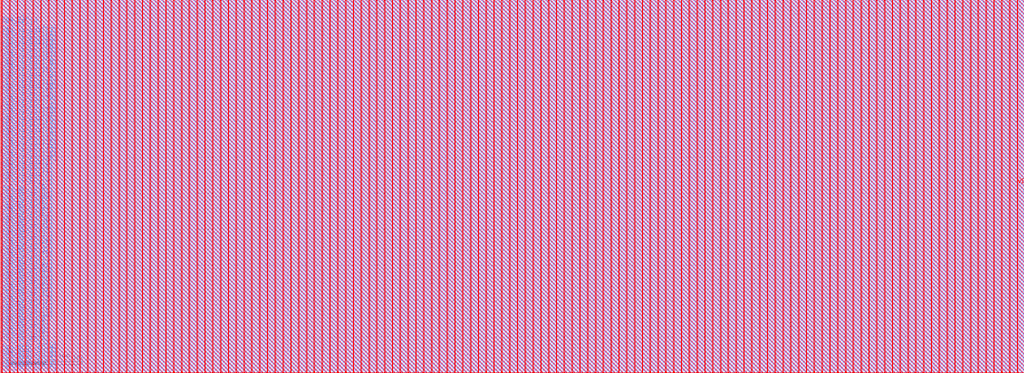
<source format=lef>
# Generated by FakeRAM 2.0
VERSION 5.7 ;
BUSBITCHARS "[]" ;
PROPERTYDEFINITIONS
  MACRO width INTEGER ;
  MACRO depth INTEGER ;
  MACRO banks INTEGER ;
END PROPERTYDEFINITIONS
MACRO liteeth_1rw1r_64w1024d_sram
  PROPERTY width 64 ;
  PROPERTY depth 1024 ;
  PROPERTY banks 1 ;
  FOREIGN liteeth_1rw1r_64w1024d_sram 0 0 ;
  SYMMETRY X Y R90 ;
  SIZE 1425.540 BY 519.520 ;
  CLASS BLOCK ;
  PIN r0_addr_in[0]
    DIRECTION INPUT ;
    USE SIGNAL ;
    SHAPE ABUTMENT ;
    PORT
      LAYER met3 ;
      RECT 1424.740 0.680 1425.540 0.980 ;
    END
  END r0_addr_in[0]
  PIN r0_addr_in[1]
    DIRECTION INPUT ;
    USE SIGNAL ;
    SHAPE ABUTMENT ;
    PORT
      LAYER met3 ;
      RECT 1424.740 4.080 1425.540 4.380 ;
    END
  END r0_addr_in[1]
  PIN r0_addr_in[2]
    DIRECTION INPUT ;
    USE SIGNAL ;
    SHAPE ABUTMENT ;
    PORT
      LAYER met3 ;
      RECT 1424.740 7.480 1425.540 7.780 ;
    END
  END r0_addr_in[2]
  PIN r0_addr_in[3]
    DIRECTION INPUT ;
    USE SIGNAL ;
    SHAPE ABUTMENT ;
    PORT
      LAYER met3 ;
      RECT 1424.740 10.880 1425.540 11.180 ;
    END
  END r0_addr_in[3]
  PIN r0_addr_in[4]
    DIRECTION INPUT ;
    USE SIGNAL ;
    SHAPE ABUTMENT ;
    PORT
      LAYER met3 ;
      RECT 1424.740 14.280 1425.540 14.580 ;
    END
  END r0_addr_in[4]
  PIN r0_addr_in[5]
    DIRECTION INPUT ;
    USE SIGNAL ;
    SHAPE ABUTMENT ;
    PORT
      LAYER met3 ;
      RECT 1424.740 17.680 1425.540 17.980 ;
    END
  END r0_addr_in[5]
  PIN r0_addr_in[6]
    DIRECTION INPUT ;
    USE SIGNAL ;
    SHAPE ABUTMENT ;
    PORT
      LAYER met3 ;
      RECT 1424.740 21.080 1425.540 21.380 ;
    END
  END r0_addr_in[6]
  PIN r0_addr_in[7]
    DIRECTION INPUT ;
    USE SIGNAL ;
    SHAPE ABUTMENT ;
    PORT
      LAYER met3 ;
      RECT 1424.740 24.480 1425.540 24.780 ;
    END
  END r0_addr_in[7]
  PIN r0_addr_in[8]
    DIRECTION INPUT ;
    USE SIGNAL ;
    SHAPE ABUTMENT ;
    PORT
      LAYER met3 ;
      RECT 1424.740 27.880 1425.540 28.180 ;
    END
  END r0_addr_in[8]
  PIN r0_addr_in[9]
    DIRECTION INPUT ;
    USE SIGNAL ;
    SHAPE ABUTMENT ;
    PORT
      LAYER met3 ;
      RECT 1424.740 31.280 1425.540 31.580 ;
    END
  END r0_addr_in[9]
  PIN r0_rd_out[0]
    DIRECTION OUTPUT ;
    USE SIGNAL ;
    SHAPE ABUTMENT ;
    PORT
      LAYER met3 ;
      RECT 1424.740 38.080 1425.540 38.380 ;
    END
  END r0_rd_out[0]
  PIN r0_rd_out[1]
    DIRECTION OUTPUT ;
    USE SIGNAL ;
    SHAPE ABUTMENT ;
    PORT
      LAYER met3 ;
      RECT 1424.740 41.480 1425.540 41.780 ;
    END
  END r0_rd_out[1]
  PIN r0_rd_out[2]
    DIRECTION OUTPUT ;
    USE SIGNAL ;
    SHAPE ABUTMENT ;
    PORT
      LAYER met3 ;
      RECT 1424.740 44.880 1425.540 45.180 ;
    END
  END r0_rd_out[2]
  PIN r0_rd_out[3]
    DIRECTION OUTPUT ;
    USE SIGNAL ;
    SHAPE ABUTMENT ;
    PORT
      LAYER met3 ;
      RECT 1424.740 48.280 1425.540 48.580 ;
    END
  END r0_rd_out[3]
  PIN r0_rd_out[4]
    DIRECTION OUTPUT ;
    USE SIGNAL ;
    SHAPE ABUTMENT ;
    PORT
      LAYER met3 ;
      RECT 1424.740 51.680 1425.540 51.980 ;
    END
  END r0_rd_out[4]
  PIN r0_rd_out[5]
    DIRECTION OUTPUT ;
    USE SIGNAL ;
    SHAPE ABUTMENT ;
    PORT
      LAYER met3 ;
      RECT 1424.740 55.080 1425.540 55.380 ;
    END
  END r0_rd_out[5]
  PIN r0_rd_out[6]
    DIRECTION OUTPUT ;
    USE SIGNAL ;
    SHAPE ABUTMENT ;
    PORT
      LAYER met3 ;
      RECT 1424.740 58.480 1425.540 58.780 ;
    END
  END r0_rd_out[6]
  PIN r0_rd_out[7]
    DIRECTION OUTPUT ;
    USE SIGNAL ;
    SHAPE ABUTMENT ;
    PORT
      LAYER met3 ;
      RECT 1424.740 61.880 1425.540 62.180 ;
    END
  END r0_rd_out[7]
  PIN r0_rd_out[8]
    DIRECTION OUTPUT ;
    USE SIGNAL ;
    SHAPE ABUTMENT ;
    PORT
      LAYER met3 ;
      RECT 1424.740 65.280 1425.540 65.580 ;
    END
  END r0_rd_out[8]
  PIN r0_rd_out[9]
    DIRECTION OUTPUT ;
    USE SIGNAL ;
    SHAPE ABUTMENT ;
    PORT
      LAYER met3 ;
      RECT 1424.740 68.680 1425.540 68.980 ;
    END
  END r0_rd_out[9]
  PIN r0_rd_out[10]
    DIRECTION OUTPUT ;
    USE SIGNAL ;
    SHAPE ABUTMENT ;
    PORT
      LAYER met3 ;
      RECT 1424.740 72.080 1425.540 72.380 ;
    END
  END r0_rd_out[10]
  PIN r0_rd_out[11]
    DIRECTION OUTPUT ;
    USE SIGNAL ;
    SHAPE ABUTMENT ;
    PORT
      LAYER met3 ;
      RECT 1424.740 75.480 1425.540 75.780 ;
    END
  END r0_rd_out[11]
  PIN r0_rd_out[12]
    DIRECTION OUTPUT ;
    USE SIGNAL ;
    SHAPE ABUTMENT ;
    PORT
      LAYER met3 ;
      RECT 1424.740 78.880 1425.540 79.180 ;
    END
  END r0_rd_out[12]
  PIN r0_rd_out[13]
    DIRECTION OUTPUT ;
    USE SIGNAL ;
    SHAPE ABUTMENT ;
    PORT
      LAYER met3 ;
      RECT 1424.740 82.280 1425.540 82.580 ;
    END
  END r0_rd_out[13]
  PIN r0_rd_out[14]
    DIRECTION OUTPUT ;
    USE SIGNAL ;
    SHAPE ABUTMENT ;
    PORT
      LAYER met3 ;
      RECT 1424.740 85.680 1425.540 85.980 ;
    END
  END r0_rd_out[14]
  PIN r0_rd_out[15]
    DIRECTION OUTPUT ;
    USE SIGNAL ;
    SHAPE ABUTMENT ;
    PORT
      LAYER met3 ;
      RECT 1424.740 89.080 1425.540 89.380 ;
    END
  END r0_rd_out[15]
  PIN r0_rd_out[16]
    DIRECTION OUTPUT ;
    USE SIGNAL ;
    SHAPE ABUTMENT ;
    PORT
      LAYER met3 ;
      RECT 1424.740 92.480 1425.540 92.780 ;
    END
  END r0_rd_out[16]
  PIN r0_rd_out[17]
    DIRECTION OUTPUT ;
    USE SIGNAL ;
    SHAPE ABUTMENT ;
    PORT
      LAYER met3 ;
      RECT 1424.740 95.880 1425.540 96.180 ;
    END
  END r0_rd_out[17]
  PIN r0_rd_out[18]
    DIRECTION OUTPUT ;
    USE SIGNAL ;
    SHAPE ABUTMENT ;
    PORT
      LAYER met3 ;
      RECT 1424.740 99.280 1425.540 99.580 ;
    END
  END r0_rd_out[18]
  PIN r0_rd_out[19]
    DIRECTION OUTPUT ;
    USE SIGNAL ;
    SHAPE ABUTMENT ;
    PORT
      LAYER met3 ;
      RECT 1424.740 102.680 1425.540 102.980 ;
    END
  END r0_rd_out[19]
  PIN r0_rd_out[20]
    DIRECTION OUTPUT ;
    USE SIGNAL ;
    SHAPE ABUTMENT ;
    PORT
      LAYER met3 ;
      RECT 1424.740 106.080 1425.540 106.380 ;
    END
  END r0_rd_out[20]
  PIN r0_rd_out[21]
    DIRECTION OUTPUT ;
    USE SIGNAL ;
    SHAPE ABUTMENT ;
    PORT
      LAYER met3 ;
      RECT 1424.740 109.480 1425.540 109.780 ;
    END
  END r0_rd_out[21]
  PIN r0_rd_out[22]
    DIRECTION OUTPUT ;
    USE SIGNAL ;
    SHAPE ABUTMENT ;
    PORT
      LAYER met3 ;
      RECT 1424.740 112.880 1425.540 113.180 ;
    END
  END r0_rd_out[22]
  PIN r0_rd_out[23]
    DIRECTION OUTPUT ;
    USE SIGNAL ;
    SHAPE ABUTMENT ;
    PORT
      LAYER met3 ;
      RECT 1424.740 116.280 1425.540 116.580 ;
    END
  END r0_rd_out[23]
  PIN r0_rd_out[24]
    DIRECTION OUTPUT ;
    USE SIGNAL ;
    SHAPE ABUTMENT ;
    PORT
      LAYER met3 ;
      RECT 1424.740 119.680 1425.540 119.980 ;
    END
  END r0_rd_out[24]
  PIN r0_rd_out[25]
    DIRECTION OUTPUT ;
    USE SIGNAL ;
    SHAPE ABUTMENT ;
    PORT
      LAYER met3 ;
      RECT 1424.740 123.080 1425.540 123.380 ;
    END
  END r0_rd_out[25]
  PIN r0_rd_out[26]
    DIRECTION OUTPUT ;
    USE SIGNAL ;
    SHAPE ABUTMENT ;
    PORT
      LAYER met3 ;
      RECT 1424.740 126.480 1425.540 126.780 ;
    END
  END r0_rd_out[26]
  PIN r0_rd_out[27]
    DIRECTION OUTPUT ;
    USE SIGNAL ;
    SHAPE ABUTMENT ;
    PORT
      LAYER met3 ;
      RECT 1424.740 129.880 1425.540 130.180 ;
    END
  END r0_rd_out[27]
  PIN r0_rd_out[28]
    DIRECTION OUTPUT ;
    USE SIGNAL ;
    SHAPE ABUTMENT ;
    PORT
      LAYER met3 ;
      RECT 1424.740 133.280 1425.540 133.580 ;
    END
  END r0_rd_out[28]
  PIN r0_rd_out[29]
    DIRECTION OUTPUT ;
    USE SIGNAL ;
    SHAPE ABUTMENT ;
    PORT
      LAYER met3 ;
      RECT 1424.740 136.680 1425.540 136.980 ;
    END
  END r0_rd_out[29]
  PIN r0_rd_out[30]
    DIRECTION OUTPUT ;
    USE SIGNAL ;
    SHAPE ABUTMENT ;
    PORT
      LAYER met3 ;
      RECT 1424.740 140.080 1425.540 140.380 ;
    END
  END r0_rd_out[30]
  PIN r0_rd_out[31]
    DIRECTION OUTPUT ;
    USE SIGNAL ;
    SHAPE ABUTMENT ;
    PORT
      LAYER met3 ;
      RECT 1424.740 143.480 1425.540 143.780 ;
    END
  END r0_rd_out[31]
  PIN r0_rd_out[32]
    DIRECTION OUTPUT ;
    USE SIGNAL ;
    SHAPE ABUTMENT ;
    PORT
      LAYER met3 ;
      RECT 1424.740 146.880 1425.540 147.180 ;
    END
  END r0_rd_out[32]
  PIN r0_rd_out[33]
    DIRECTION OUTPUT ;
    USE SIGNAL ;
    SHAPE ABUTMENT ;
    PORT
      LAYER met3 ;
      RECT 1424.740 150.280 1425.540 150.580 ;
    END
  END r0_rd_out[33]
  PIN r0_rd_out[34]
    DIRECTION OUTPUT ;
    USE SIGNAL ;
    SHAPE ABUTMENT ;
    PORT
      LAYER met3 ;
      RECT 1424.740 153.680 1425.540 153.980 ;
    END
  END r0_rd_out[34]
  PIN r0_rd_out[35]
    DIRECTION OUTPUT ;
    USE SIGNAL ;
    SHAPE ABUTMENT ;
    PORT
      LAYER met3 ;
      RECT 1424.740 157.080 1425.540 157.380 ;
    END
  END r0_rd_out[35]
  PIN r0_rd_out[36]
    DIRECTION OUTPUT ;
    USE SIGNAL ;
    SHAPE ABUTMENT ;
    PORT
      LAYER met3 ;
      RECT 1424.740 160.480 1425.540 160.780 ;
    END
  END r0_rd_out[36]
  PIN r0_rd_out[37]
    DIRECTION OUTPUT ;
    USE SIGNAL ;
    SHAPE ABUTMENT ;
    PORT
      LAYER met3 ;
      RECT 1424.740 163.880 1425.540 164.180 ;
    END
  END r0_rd_out[37]
  PIN r0_rd_out[38]
    DIRECTION OUTPUT ;
    USE SIGNAL ;
    SHAPE ABUTMENT ;
    PORT
      LAYER met3 ;
      RECT 1424.740 167.280 1425.540 167.580 ;
    END
  END r0_rd_out[38]
  PIN r0_rd_out[39]
    DIRECTION OUTPUT ;
    USE SIGNAL ;
    SHAPE ABUTMENT ;
    PORT
      LAYER met3 ;
      RECT 1424.740 170.680 1425.540 170.980 ;
    END
  END r0_rd_out[39]
  PIN r0_rd_out[40]
    DIRECTION OUTPUT ;
    USE SIGNAL ;
    SHAPE ABUTMENT ;
    PORT
      LAYER met3 ;
      RECT 1424.740 174.080 1425.540 174.380 ;
    END
  END r0_rd_out[40]
  PIN r0_rd_out[41]
    DIRECTION OUTPUT ;
    USE SIGNAL ;
    SHAPE ABUTMENT ;
    PORT
      LAYER met3 ;
      RECT 1424.740 177.480 1425.540 177.780 ;
    END
  END r0_rd_out[41]
  PIN r0_rd_out[42]
    DIRECTION OUTPUT ;
    USE SIGNAL ;
    SHAPE ABUTMENT ;
    PORT
      LAYER met3 ;
      RECT 1424.740 180.880 1425.540 181.180 ;
    END
  END r0_rd_out[42]
  PIN r0_rd_out[43]
    DIRECTION OUTPUT ;
    USE SIGNAL ;
    SHAPE ABUTMENT ;
    PORT
      LAYER met3 ;
      RECT 1424.740 184.280 1425.540 184.580 ;
    END
  END r0_rd_out[43]
  PIN r0_rd_out[44]
    DIRECTION OUTPUT ;
    USE SIGNAL ;
    SHAPE ABUTMENT ;
    PORT
      LAYER met3 ;
      RECT 1424.740 187.680 1425.540 187.980 ;
    END
  END r0_rd_out[44]
  PIN r0_rd_out[45]
    DIRECTION OUTPUT ;
    USE SIGNAL ;
    SHAPE ABUTMENT ;
    PORT
      LAYER met3 ;
      RECT 1424.740 191.080 1425.540 191.380 ;
    END
  END r0_rd_out[45]
  PIN r0_rd_out[46]
    DIRECTION OUTPUT ;
    USE SIGNAL ;
    SHAPE ABUTMENT ;
    PORT
      LAYER met3 ;
      RECT 1424.740 194.480 1425.540 194.780 ;
    END
  END r0_rd_out[46]
  PIN r0_rd_out[47]
    DIRECTION OUTPUT ;
    USE SIGNAL ;
    SHAPE ABUTMENT ;
    PORT
      LAYER met3 ;
      RECT 1424.740 197.880 1425.540 198.180 ;
    END
  END r0_rd_out[47]
  PIN r0_rd_out[48]
    DIRECTION OUTPUT ;
    USE SIGNAL ;
    SHAPE ABUTMENT ;
    PORT
      LAYER met3 ;
      RECT 1424.740 201.280 1425.540 201.580 ;
    END
  END r0_rd_out[48]
  PIN r0_rd_out[49]
    DIRECTION OUTPUT ;
    USE SIGNAL ;
    SHAPE ABUTMENT ;
    PORT
      LAYER met3 ;
      RECT 1424.740 204.680 1425.540 204.980 ;
    END
  END r0_rd_out[49]
  PIN r0_rd_out[50]
    DIRECTION OUTPUT ;
    USE SIGNAL ;
    SHAPE ABUTMENT ;
    PORT
      LAYER met3 ;
      RECT 1424.740 208.080 1425.540 208.380 ;
    END
  END r0_rd_out[50]
  PIN r0_rd_out[51]
    DIRECTION OUTPUT ;
    USE SIGNAL ;
    SHAPE ABUTMENT ;
    PORT
      LAYER met3 ;
      RECT 1424.740 211.480 1425.540 211.780 ;
    END
  END r0_rd_out[51]
  PIN r0_rd_out[52]
    DIRECTION OUTPUT ;
    USE SIGNAL ;
    SHAPE ABUTMENT ;
    PORT
      LAYER met3 ;
      RECT 1424.740 214.880 1425.540 215.180 ;
    END
  END r0_rd_out[52]
  PIN r0_rd_out[53]
    DIRECTION OUTPUT ;
    USE SIGNAL ;
    SHAPE ABUTMENT ;
    PORT
      LAYER met3 ;
      RECT 1424.740 218.280 1425.540 218.580 ;
    END
  END r0_rd_out[53]
  PIN r0_rd_out[54]
    DIRECTION OUTPUT ;
    USE SIGNAL ;
    SHAPE ABUTMENT ;
    PORT
      LAYER met3 ;
      RECT 1424.740 221.680 1425.540 221.980 ;
    END
  END r0_rd_out[54]
  PIN r0_rd_out[55]
    DIRECTION OUTPUT ;
    USE SIGNAL ;
    SHAPE ABUTMENT ;
    PORT
      LAYER met3 ;
      RECT 1424.740 225.080 1425.540 225.380 ;
    END
  END r0_rd_out[55]
  PIN r0_rd_out[56]
    DIRECTION OUTPUT ;
    USE SIGNAL ;
    SHAPE ABUTMENT ;
    PORT
      LAYER met3 ;
      RECT 1424.740 228.480 1425.540 228.780 ;
    END
  END r0_rd_out[56]
  PIN r0_rd_out[57]
    DIRECTION OUTPUT ;
    USE SIGNAL ;
    SHAPE ABUTMENT ;
    PORT
      LAYER met3 ;
      RECT 1424.740 231.880 1425.540 232.180 ;
    END
  END r0_rd_out[57]
  PIN r0_rd_out[58]
    DIRECTION OUTPUT ;
    USE SIGNAL ;
    SHAPE ABUTMENT ;
    PORT
      LAYER met3 ;
      RECT 1424.740 235.280 1425.540 235.580 ;
    END
  END r0_rd_out[58]
  PIN r0_rd_out[59]
    DIRECTION OUTPUT ;
    USE SIGNAL ;
    SHAPE ABUTMENT ;
    PORT
      LAYER met3 ;
      RECT 1424.740 238.680 1425.540 238.980 ;
    END
  END r0_rd_out[59]
  PIN r0_rd_out[60]
    DIRECTION OUTPUT ;
    USE SIGNAL ;
    SHAPE ABUTMENT ;
    PORT
      LAYER met3 ;
      RECT 1424.740 242.080 1425.540 242.380 ;
    END
  END r0_rd_out[60]
  PIN r0_rd_out[61]
    DIRECTION OUTPUT ;
    USE SIGNAL ;
    SHAPE ABUTMENT ;
    PORT
      LAYER met3 ;
      RECT 1424.740 245.480 1425.540 245.780 ;
    END
  END r0_rd_out[61]
  PIN r0_rd_out[62]
    DIRECTION OUTPUT ;
    USE SIGNAL ;
    SHAPE ABUTMENT ;
    PORT
      LAYER met3 ;
      RECT 1424.740 248.880 1425.540 249.180 ;
    END
  END r0_rd_out[62]
  PIN r0_rd_out[63]
    DIRECTION OUTPUT ;
    USE SIGNAL ;
    SHAPE ABUTMENT ;
    PORT
      LAYER met3 ;
      RECT 1424.740 252.280 1425.540 252.580 ;
    END
  END r0_rd_out[63]
  PIN r0_ce_in
    DIRECTION INPUT ;
    USE SIGNAL ;
    SHAPE ABUTMENT ;
    PORT
      LAYER met3 ;
      RECT 1424.740 259.080 1425.540 259.380 ;
    END
  END r0_ce_in
  PIN r0_clk
    DIRECTION INPUT ;
    USE SIGNAL ;
    SHAPE ABUTMENT ;
    PORT
      LAYER met3 ;
      RECT 1424.740 262.480 1425.540 262.780 ;
    END
  END r0_clk
  PIN rw0_addr_in[0]
    DIRECTION INPUT ;
    USE SIGNAL ;
    SHAPE ABUTMENT ;
    PORT
      LAYER met3 ;
      RECT 0.000 0.680 0.800 0.980 ;
    END
  END rw0_addr_in[0]
  PIN rw0_addr_in[1]
    DIRECTION INPUT ;
    USE SIGNAL ;
    SHAPE ABUTMENT ;
    PORT
      LAYER met3 ;
      RECT 0.000 4.080 0.800 4.380 ;
    END
  END rw0_addr_in[1]
  PIN rw0_addr_in[2]
    DIRECTION INPUT ;
    USE SIGNAL ;
    SHAPE ABUTMENT ;
    PORT
      LAYER met3 ;
      RECT 0.000 7.480 0.800 7.780 ;
    END
  END rw0_addr_in[2]
  PIN rw0_addr_in[3]
    DIRECTION INPUT ;
    USE SIGNAL ;
    SHAPE ABUTMENT ;
    PORT
      LAYER met3 ;
      RECT 0.000 10.880 0.800 11.180 ;
    END
  END rw0_addr_in[3]
  PIN rw0_addr_in[4]
    DIRECTION INPUT ;
    USE SIGNAL ;
    SHAPE ABUTMENT ;
    PORT
      LAYER met3 ;
      RECT 0.000 14.280 0.800 14.580 ;
    END
  END rw0_addr_in[4]
  PIN rw0_addr_in[5]
    DIRECTION INPUT ;
    USE SIGNAL ;
    SHAPE ABUTMENT ;
    PORT
      LAYER met3 ;
      RECT 0.000 17.680 0.800 17.980 ;
    END
  END rw0_addr_in[5]
  PIN rw0_addr_in[6]
    DIRECTION INPUT ;
    USE SIGNAL ;
    SHAPE ABUTMENT ;
    PORT
      LAYER met3 ;
      RECT 0.000 21.080 0.800 21.380 ;
    END
  END rw0_addr_in[6]
  PIN rw0_addr_in[7]
    DIRECTION INPUT ;
    USE SIGNAL ;
    SHAPE ABUTMENT ;
    PORT
      LAYER met3 ;
      RECT 0.000 24.480 0.800 24.780 ;
    END
  END rw0_addr_in[7]
  PIN rw0_addr_in[8]
    DIRECTION INPUT ;
    USE SIGNAL ;
    SHAPE ABUTMENT ;
    PORT
      LAYER met3 ;
      RECT 0.000 27.880 0.800 28.180 ;
    END
  END rw0_addr_in[8]
  PIN rw0_addr_in[9]
    DIRECTION INPUT ;
    USE SIGNAL ;
    SHAPE ABUTMENT ;
    PORT
      LAYER met3 ;
      RECT 0.000 31.280 0.800 31.580 ;
    END
  END rw0_addr_in[9]
  PIN rw0_wd_in[0]
    DIRECTION INPUT ;
    USE SIGNAL ;
    SHAPE ABUTMENT ;
    PORT
      LAYER met3 ;
      RECT 0.000 38.080 0.800 38.380 ;
    END
  END rw0_wd_in[0]
  PIN rw0_wd_in[1]
    DIRECTION INPUT ;
    USE SIGNAL ;
    SHAPE ABUTMENT ;
    PORT
      LAYER met3 ;
      RECT 0.000 41.480 0.800 41.780 ;
    END
  END rw0_wd_in[1]
  PIN rw0_wd_in[2]
    DIRECTION INPUT ;
    USE SIGNAL ;
    SHAPE ABUTMENT ;
    PORT
      LAYER met3 ;
      RECT 0.000 44.880 0.800 45.180 ;
    END
  END rw0_wd_in[2]
  PIN rw0_wd_in[3]
    DIRECTION INPUT ;
    USE SIGNAL ;
    SHAPE ABUTMENT ;
    PORT
      LAYER met3 ;
      RECT 0.000 48.280 0.800 48.580 ;
    END
  END rw0_wd_in[3]
  PIN rw0_wd_in[4]
    DIRECTION INPUT ;
    USE SIGNAL ;
    SHAPE ABUTMENT ;
    PORT
      LAYER met3 ;
      RECT 0.000 51.680 0.800 51.980 ;
    END
  END rw0_wd_in[4]
  PIN rw0_wd_in[5]
    DIRECTION INPUT ;
    USE SIGNAL ;
    SHAPE ABUTMENT ;
    PORT
      LAYER met3 ;
      RECT 0.000 55.080 0.800 55.380 ;
    END
  END rw0_wd_in[5]
  PIN rw0_wd_in[6]
    DIRECTION INPUT ;
    USE SIGNAL ;
    SHAPE ABUTMENT ;
    PORT
      LAYER met3 ;
      RECT 0.000 58.480 0.800 58.780 ;
    END
  END rw0_wd_in[6]
  PIN rw0_wd_in[7]
    DIRECTION INPUT ;
    USE SIGNAL ;
    SHAPE ABUTMENT ;
    PORT
      LAYER met3 ;
      RECT 0.000 61.880 0.800 62.180 ;
    END
  END rw0_wd_in[7]
  PIN rw0_wd_in[8]
    DIRECTION INPUT ;
    USE SIGNAL ;
    SHAPE ABUTMENT ;
    PORT
      LAYER met3 ;
      RECT 0.000 65.280 0.800 65.580 ;
    END
  END rw0_wd_in[8]
  PIN rw0_wd_in[9]
    DIRECTION INPUT ;
    USE SIGNAL ;
    SHAPE ABUTMENT ;
    PORT
      LAYER met3 ;
      RECT 0.000 68.680 0.800 68.980 ;
    END
  END rw0_wd_in[9]
  PIN rw0_wd_in[10]
    DIRECTION INPUT ;
    USE SIGNAL ;
    SHAPE ABUTMENT ;
    PORT
      LAYER met3 ;
      RECT 0.000 72.080 0.800 72.380 ;
    END
  END rw0_wd_in[10]
  PIN rw0_wd_in[11]
    DIRECTION INPUT ;
    USE SIGNAL ;
    SHAPE ABUTMENT ;
    PORT
      LAYER met3 ;
      RECT 0.000 75.480 0.800 75.780 ;
    END
  END rw0_wd_in[11]
  PIN rw0_wd_in[12]
    DIRECTION INPUT ;
    USE SIGNAL ;
    SHAPE ABUTMENT ;
    PORT
      LAYER met3 ;
      RECT 0.000 78.880 0.800 79.180 ;
    END
  END rw0_wd_in[12]
  PIN rw0_wd_in[13]
    DIRECTION INPUT ;
    USE SIGNAL ;
    SHAPE ABUTMENT ;
    PORT
      LAYER met3 ;
      RECT 0.000 82.280 0.800 82.580 ;
    END
  END rw0_wd_in[13]
  PIN rw0_wd_in[14]
    DIRECTION INPUT ;
    USE SIGNAL ;
    SHAPE ABUTMENT ;
    PORT
      LAYER met3 ;
      RECT 0.000 85.680 0.800 85.980 ;
    END
  END rw0_wd_in[14]
  PIN rw0_wd_in[15]
    DIRECTION INPUT ;
    USE SIGNAL ;
    SHAPE ABUTMENT ;
    PORT
      LAYER met3 ;
      RECT 0.000 89.080 0.800 89.380 ;
    END
  END rw0_wd_in[15]
  PIN rw0_wd_in[16]
    DIRECTION INPUT ;
    USE SIGNAL ;
    SHAPE ABUTMENT ;
    PORT
      LAYER met3 ;
      RECT 0.000 92.480 0.800 92.780 ;
    END
  END rw0_wd_in[16]
  PIN rw0_wd_in[17]
    DIRECTION INPUT ;
    USE SIGNAL ;
    SHAPE ABUTMENT ;
    PORT
      LAYER met3 ;
      RECT 0.000 95.880 0.800 96.180 ;
    END
  END rw0_wd_in[17]
  PIN rw0_wd_in[18]
    DIRECTION INPUT ;
    USE SIGNAL ;
    SHAPE ABUTMENT ;
    PORT
      LAYER met3 ;
      RECT 0.000 99.280 0.800 99.580 ;
    END
  END rw0_wd_in[18]
  PIN rw0_wd_in[19]
    DIRECTION INPUT ;
    USE SIGNAL ;
    SHAPE ABUTMENT ;
    PORT
      LAYER met3 ;
      RECT 0.000 102.680 0.800 102.980 ;
    END
  END rw0_wd_in[19]
  PIN rw0_wd_in[20]
    DIRECTION INPUT ;
    USE SIGNAL ;
    SHAPE ABUTMENT ;
    PORT
      LAYER met3 ;
      RECT 0.000 106.080 0.800 106.380 ;
    END
  END rw0_wd_in[20]
  PIN rw0_wd_in[21]
    DIRECTION INPUT ;
    USE SIGNAL ;
    SHAPE ABUTMENT ;
    PORT
      LAYER met3 ;
      RECT 0.000 109.480 0.800 109.780 ;
    END
  END rw0_wd_in[21]
  PIN rw0_wd_in[22]
    DIRECTION INPUT ;
    USE SIGNAL ;
    SHAPE ABUTMENT ;
    PORT
      LAYER met3 ;
      RECT 0.000 112.880 0.800 113.180 ;
    END
  END rw0_wd_in[22]
  PIN rw0_wd_in[23]
    DIRECTION INPUT ;
    USE SIGNAL ;
    SHAPE ABUTMENT ;
    PORT
      LAYER met3 ;
      RECT 0.000 116.280 0.800 116.580 ;
    END
  END rw0_wd_in[23]
  PIN rw0_wd_in[24]
    DIRECTION INPUT ;
    USE SIGNAL ;
    SHAPE ABUTMENT ;
    PORT
      LAYER met3 ;
      RECT 0.000 119.680 0.800 119.980 ;
    END
  END rw0_wd_in[24]
  PIN rw0_wd_in[25]
    DIRECTION INPUT ;
    USE SIGNAL ;
    SHAPE ABUTMENT ;
    PORT
      LAYER met3 ;
      RECT 0.000 123.080 0.800 123.380 ;
    END
  END rw0_wd_in[25]
  PIN rw0_wd_in[26]
    DIRECTION INPUT ;
    USE SIGNAL ;
    SHAPE ABUTMENT ;
    PORT
      LAYER met3 ;
      RECT 0.000 126.480 0.800 126.780 ;
    END
  END rw0_wd_in[26]
  PIN rw0_wd_in[27]
    DIRECTION INPUT ;
    USE SIGNAL ;
    SHAPE ABUTMENT ;
    PORT
      LAYER met3 ;
      RECT 0.000 129.880 0.800 130.180 ;
    END
  END rw0_wd_in[27]
  PIN rw0_wd_in[28]
    DIRECTION INPUT ;
    USE SIGNAL ;
    SHAPE ABUTMENT ;
    PORT
      LAYER met3 ;
      RECT 0.000 133.280 0.800 133.580 ;
    END
  END rw0_wd_in[28]
  PIN rw0_wd_in[29]
    DIRECTION INPUT ;
    USE SIGNAL ;
    SHAPE ABUTMENT ;
    PORT
      LAYER met3 ;
      RECT 0.000 136.680 0.800 136.980 ;
    END
  END rw0_wd_in[29]
  PIN rw0_wd_in[30]
    DIRECTION INPUT ;
    USE SIGNAL ;
    SHAPE ABUTMENT ;
    PORT
      LAYER met3 ;
      RECT 0.000 140.080 0.800 140.380 ;
    END
  END rw0_wd_in[30]
  PIN rw0_wd_in[31]
    DIRECTION INPUT ;
    USE SIGNAL ;
    SHAPE ABUTMENT ;
    PORT
      LAYER met3 ;
      RECT 0.000 143.480 0.800 143.780 ;
    END
  END rw0_wd_in[31]
  PIN rw0_wd_in[32]
    DIRECTION INPUT ;
    USE SIGNAL ;
    SHAPE ABUTMENT ;
    PORT
      LAYER met3 ;
      RECT 0.000 146.880 0.800 147.180 ;
    END
  END rw0_wd_in[32]
  PIN rw0_wd_in[33]
    DIRECTION INPUT ;
    USE SIGNAL ;
    SHAPE ABUTMENT ;
    PORT
      LAYER met3 ;
      RECT 0.000 150.280 0.800 150.580 ;
    END
  END rw0_wd_in[33]
  PIN rw0_wd_in[34]
    DIRECTION INPUT ;
    USE SIGNAL ;
    SHAPE ABUTMENT ;
    PORT
      LAYER met3 ;
      RECT 0.000 153.680 0.800 153.980 ;
    END
  END rw0_wd_in[34]
  PIN rw0_wd_in[35]
    DIRECTION INPUT ;
    USE SIGNAL ;
    SHAPE ABUTMENT ;
    PORT
      LAYER met3 ;
      RECT 0.000 157.080 0.800 157.380 ;
    END
  END rw0_wd_in[35]
  PIN rw0_wd_in[36]
    DIRECTION INPUT ;
    USE SIGNAL ;
    SHAPE ABUTMENT ;
    PORT
      LAYER met3 ;
      RECT 0.000 160.480 0.800 160.780 ;
    END
  END rw0_wd_in[36]
  PIN rw0_wd_in[37]
    DIRECTION INPUT ;
    USE SIGNAL ;
    SHAPE ABUTMENT ;
    PORT
      LAYER met3 ;
      RECT 0.000 163.880 0.800 164.180 ;
    END
  END rw0_wd_in[37]
  PIN rw0_wd_in[38]
    DIRECTION INPUT ;
    USE SIGNAL ;
    SHAPE ABUTMENT ;
    PORT
      LAYER met3 ;
      RECT 0.000 167.280 0.800 167.580 ;
    END
  END rw0_wd_in[38]
  PIN rw0_wd_in[39]
    DIRECTION INPUT ;
    USE SIGNAL ;
    SHAPE ABUTMENT ;
    PORT
      LAYER met3 ;
      RECT 0.000 170.680 0.800 170.980 ;
    END
  END rw0_wd_in[39]
  PIN rw0_wd_in[40]
    DIRECTION INPUT ;
    USE SIGNAL ;
    SHAPE ABUTMENT ;
    PORT
      LAYER met3 ;
      RECT 0.000 174.080 0.800 174.380 ;
    END
  END rw0_wd_in[40]
  PIN rw0_wd_in[41]
    DIRECTION INPUT ;
    USE SIGNAL ;
    SHAPE ABUTMENT ;
    PORT
      LAYER met3 ;
      RECT 0.000 177.480 0.800 177.780 ;
    END
  END rw0_wd_in[41]
  PIN rw0_wd_in[42]
    DIRECTION INPUT ;
    USE SIGNAL ;
    SHAPE ABUTMENT ;
    PORT
      LAYER met3 ;
      RECT 0.000 180.880 0.800 181.180 ;
    END
  END rw0_wd_in[42]
  PIN rw0_wd_in[43]
    DIRECTION INPUT ;
    USE SIGNAL ;
    SHAPE ABUTMENT ;
    PORT
      LAYER met3 ;
      RECT 0.000 184.280 0.800 184.580 ;
    END
  END rw0_wd_in[43]
  PIN rw0_wd_in[44]
    DIRECTION INPUT ;
    USE SIGNAL ;
    SHAPE ABUTMENT ;
    PORT
      LAYER met3 ;
      RECT 0.000 187.680 0.800 187.980 ;
    END
  END rw0_wd_in[44]
  PIN rw0_wd_in[45]
    DIRECTION INPUT ;
    USE SIGNAL ;
    SHAPE ABUTMENT ;
    PORT
      LAYER met3 ;
      RECT 0.000 191.080 0.800 191.380 ;
    END
  END rw0_wd_in[45]
  PIN rw0_wd_in[46]
    DIRECTION INPUT ;
    USE SIGNAL ;
    SHAPE ABUTMENT ;
    PORT
      LAYER met3 ;
      RECT 0.000 194.480 0.800 194.780 ;
    END
  END rw0_wd_in[46]
  PIN rw0_wd_in[47]
    DIRECTION INPUT ;
    USE SIGNAL ;
    SHAPE ABUTMENT ;
    PORT
      LAYER met3 ;
      RECT 0.000 197.880 0.800 198.180 ;
    END
  END rw0_wd_in[47]
  PIN rw0_wd_in[48]
    DIRECTION INPUT ;
    USE SIGNAL ;
    SHAPE ABUTMENT ;
    PORT
      LAYER met3 ;
      RECT 0.000 201.280 0.800 201.580 ;
    END
  END rw0_wd_in[48]
  PIN rw0_wd_in[49]
    DIRECTION INPUT ;
    USE SIGNAL ;
    SHAPE ABUTMENT ;
    PORT
      LAYER met3 ;
      RECT 0.000 204.680 0.800 204.980 ;
    END
  END rw0_wd_in[49]
  PIN rw0_wd_in[50]
    DIRECTION INPUT ;
    USE SIGNAL ;
    SHAPE ABUTMENT ;
    PORT
      LAYER met3 ;
      RECT 0.000 208.080 0.800 208.380 ;
    END
  END rw0_wd_in[50]
  PIN rw0_wd_in[51]
    DIRECTION INPUT ;
    USE SIGNAL ;
    SHAPE ABUTMENT ;
    PORT
      LAYER met3 ;
      RECT 0.000 211.480 0.800 211.780 ;
    END
  END rw0_wd_in[51]
  PIN rw0_wd_in[52]
    DIRECTION INPUT ;
    USE SIGNAL ;
    SHAPE ABUTMENT ;
    PORT
      LAYER met3 ;
      RECT 0.000 214.880 0.800 215.180 ;
    END
  END rw0_wd_in[52]
  PIN rw0_wd_in[53]
    DIRECTION INPUT ;
    USE SIGNAL ;
    SHAPE ABUTMENT ;
    PORT
      LAYER met3 ;
      RECT 0.000 218.280 0.800 218.580 ;
    END
  END rw0_wd_in[53]
  PIN rw0_wd_in[54]
    DIRECTION INPUT ;
    USE SIGNAL ;
    SHAPE ABUTMENT ;
    PORT
      LAYER met3 ;
      RECT 0.000 221.680 0.800 221.980 ;
    END
  END rw0_wd_in[54]
  PIN rw0_wd_in[55]
    DIRECTION INPUT ;
    USE SIGNAL ;
    SHAPE ABUTMENT ;
    PORT
      LAYER met3 ;
      RECT 0.000 225.080 0.800 225.380 ;
    END
  END rw0_wd_in[55]
  PIN rw0_wd_in[56]
    DIRECTION INPUT ;
    USE SIGNAL ;
    SHAPE ABUTMENT ;
    PORT
      LAYER met3 ;
      RECT 0.000 228.480 0.800 228.780 ;
    END
  END rw0_wd_in[56]
  PIN rw0_wd_in[57]
    DIRECTION INPUT ;
    USE SIGNAL ;
    SHAPE ABUTMENT ;
    PORT
      LAYER met3 ;
      RECT 0.000 231.880 0.800 232.180 ;
    END
  END rw0_wd_in[57]
  PIN rw0_wd_in[58]
    DIRECTION INPUT ;
    USE SIGNAL ;
    SHAPE ABUTMENT ;
    PORT
      LAYER met3 ;
      RECT 0.000 235.280 0.800 235.580 ;
    END
  END rw0_wd_in[58]
  PIN rw0_wd_in[59]
    DIRECTION INPUT ;
    USE SIGNAL ;
    SHAPE ABUTMENT ;
    PORT
      LAYER met3 ;
      RECT 0.000 238.680 0.800 238.980 ;
    END
  END rw0_wd_in[59]
  PIN rw0_wd_in[60]
    DIRECTION INPUT ;
    USE SIGNAL ;
    SHAPE ABUTMENT ;
    PORT
      LAYER met3 ;
      RECT 0.000 242.080 0.800 242.380 ;
    END
  END rw0_wd_in[60]
  PIN rw0_wd_in[61]
    DIRECTION INPUT ;
    USE SIGNAL ;
    SHAPE ABUTMENT ;
    PORT
      LAYER met3 ;
      RECT 0.000 245.480 0.800 245.780 ;
    END
  END rw0_wd_in[61]
  PIN rw0_wd_in[62]
    DIRECTION INPUT ;
    USE SIGNAL ;
    SHAPE ABUTMENT ;
    PORT
      LAYER met3 ;
      RECT 0.000 248.880 0.800 249.180 ;
    END
  END rw0_wd_in[62]
  PIN rw0_wd_in[63]
    DIRECTION INPUT ;
    USE SIGNAL ;
    SHAPE ABUTMENT ;
    PORT
      LAYER met3 ;
      RECT 0.000 252.280 0.800 252.580 ;
    END
  END rw0_wd_in[63]
  PIN rw0_rd_out[0]
    DIRECTION OUTPUT ;
    USE SIGNAL ;
    SHAPE ABUTMENT ;
    PORT
      LAYER met3 ;
      RECT 0.000 259.080 0.800 259.380 ;
    END
  END rw0_rd_out[0]
  PIN rw0_rd_out[1]
    DIRECTION OUTPUT ;
    USE SIGNAL ;
    SHAPE ABUTMENT ;
    PORT
      LAYER met3 ;
      RECT 0.000 262.480 0.800 262.780 ;
    END
  END rw0_rd_out[1]
  PIN rw0_rd_out[2]
    DIRECTION OUTPUT ;
    USE SIGNAL ;
    SHAPE ABUTMENT ;
    PORT
      LAYER met3 ;
      RECT 0.000 265.880 0.800 266.180 ;
    END
  END rw0_rd_out[2]
  PIN rw0_rd_out[3]
    DIRECTION OUTPUT ;
    USE SIGNAL ;
    SHAPE ABUTMENT ;
    PORT
      LAYER met3 ;
      RECT 0.000 269.280 0.800 269.580 ;
    END
  END rw0_rd_out[3]
  PIN rw0_rd_out[4]
    DIRECTION OUTPUT ;
    USE SIGNAL ;
    SHAPE ABUTMENT ;
    PORT
      LAYER met3 ;
      RECT 0.000 272.680 0.800 272.980 ;
    END
  END rw0_rd_out[4]
  PIN rw0_rd_out[5]
    DIRECTION OUTPUT ;
    USE SIGNAL ;
    SHAPE ABUTMENT ;
    PORT
      LAYER met3 ;
      RECT 0.000 276.080 0.800 276.380 ;
    END
  END rw0_rd_out[5]
  PIN rw0_rd_out[6]
    DIRECTION OUTPUT ;
    USE SIGNAL ;
    SHAPE ABUTMENT ;
    PORT
      LAYER met3 ;
      RECT 0.000 279.480 0.800 279.780 ;
    END
  END rw0_rd_out[6]
  PIN rw0_rd_out[7]
    DIRECTION OUTPUT ;
    USE SIGNAL ;
    SHAPE ABUTMENT ;
    PORT
      LAYER met3 ;
      RECT 0.000 282.880 0.800 283.180 ;
    END
  END rw0_rd_out[7]
  PIN rw0_rd_out[8]
    DIRECTION OUTPUT ;
    USE SIGNAL ;
    SHAPE ABUTMENT ;
    PORT
      LAYER met3 ;
      RECT 0.000 286.280 0.800 286.580 ;
    END
  END rw0_rd_out[8]
  PIN rw0_rd_out[9]
    DIRECTION OUTPUT ;
    USE SIGNAL ;
    SHAPE ABUTMENT ;
    PORT
      LAYER met3 ;
      RECT 0.000 289.680 0.800 289.980 ;
    END
  END rw0_rd_out[9]
  PIN rw0_rd_out[10]
    DIRECTION OUTPUT ;
    USE SIGNAL ;
    SHAPE ABUTMENT ;
    PORT
      LAYER met3 ;
      RECT 0.000 293.080 0.800 293.380 ;
    END
  END rw0_rd_out[10]
  PIN rw0_rd_out[11]
    DIRECTION OUTPUT ;
    USE SIGNAL ;
    SHAPE ABUTMENT ;
    PORT
      LAYER met3 ;
      RECT 0.000 296.480 0.800 296.780 ;
    END
  END rw0_rd_out[11]
  PIN rw0_rd_out[12]
    DIRECTION OUTPUT ;
    USE SIGNAL ;
    SHAPE ABUTMENT ;
    PORT
      LAYER met3 ;
      RECT 0.000 299.880 0.800 300.180 ;
    END
  END rw0_rd_out[12]
  PIN rw0_rd_out[13]
    DIRECTION OUTPUT ;
    USE SIGNAL ;
    SHAPE ABUTMENT ;
    PORT
      LAYER met3 ;
      RECT 0.000 303.280 0.800 303.580 ;
    END
  END rw0_rd_out[13]
  PIN rw0_rd_out[14]
    DIRECTION OUTPUT ;
    USE SIGNAL ;
    SHAPE ABUTMENT ;
    PORT
      LAYER met3 ;
      RECT 0.000 306.680 0.800 306.980 ;
    END
  END rw0_rd_out[14]
  PIN rw0_rd_out[15]
    DIRECTION OUTPUT ;
    USE SIGNAL ;
    SHAPE ABUTMENT ;
    PORT
      LAYER met3 ;
      RECT 0.000 310.080 0.800 310.380 ;
    END
  END rw0_rd_out[15]
  PIN rw0_rd_out[16]
    DIRECTION OUTPUT ;
    USE SIGNAL ;
    SHAPE ABUTMENT ;
    PORT
      LAYER met3 ;
      RECT 0.000 313.480 0.800 313.780 ;
    END
  END rw0_rd_out[16]
  PIN rw0_rd_out[17]
    DIRECTION OUTPUT ;
    USE SIGNAL ;
    SHAPE ABUTMENT ;
    PORT
      LAYER met3 ;
      RECT 0.000 316.880 0.800 317.180 ;
    END
  END rw0_rd_out[17]
  PIN rw0_rd_out[18]
    DIRECTION OUTPUT ;
    USE SIGNAL ;
    SHAPE ABUTMENT ;
    PORT
      LAYER met3 ;
      RECT 0.000 320.280 0.800 320.580 ;
    END
  END rw0_rd_out[18]
  PIN rw0_rd_out[19]
    DIRECTION OUTPUT ;
    USE SIGNAL ;
    SHAPE ABUTMENT ;
    PORT
      LAYER met3 ;
      RECT 0.000 323.680 0.800 323.980 ;
    END
  END rw0_rd_out[19]
  PIN rw0_rd_out[20]
    DIRECTION OUTPUT ;
    USE SIGNAL ;
    SHAPE ABUTMENT ;
    PORT
      LAYER met3 ;
      RECT 0.000 327.080 0.800 327.380 ;
    END
  END rw0_rd_out[20]
  PIN rw0_rd_out[21]
    DIRECTION OUTPUT ;
    USE SIGNAL ;
    SHAPE ABUTMENT ;
    PORT
      LAYER met3 ;
      RECT 0.000 330.480 0.800 330.780 ;
    END
  END rw0_rd_out[21]
  PIN rw0_rd_out[22]
    DIRECTION OUTPUT ;
    USE SIGNAL ;
    SHAPE ABUTMENT ;
    PORT
      LAYER met3 ;
      RECT 0.000 333.880 0.800 334.180 ;
    END
  END rw0_rd_out[22]
  PIN rw0_rd_out[23]
    DIRECTION OUTPUT ;
    USE SIGNAL ;
    SHAPE ABUTMENT ;
    PORT
      LAYER met3 ;
      RECT 0.000 337.280 0.800 337.580 ;
    END
  END rw0_rd_out[23]
  PIN rw0_rd_out[24]
    DIRECTION OUTPUT ;
    USE SIGNAL ;
    SHAPE ABUTMENT ;
    PORT
      LAYER met3 ;
      RECT 0.000 340.680 0.800 340.980 ;
    END
  END rw0_rd_out[24]
  PIN rw0_rd_out[25]
    DIRECTION OUTPUT ;
    USE SIGNAL ;
    SHAPE ABUTMENT ;
    PORT
      LAYER met3 ;
      RECT 0.000 344.080 0.800 344.380 ;
    END
  END rw0_rd_out[25]
  PIN rw0_rd_out[26]
    DIRECTION OUTPUT ;
    USE SIGNAL ;
    SHAPE ABUTMENT ;
    PORT
      LAYER met3 ;
      RECT 0.000 347.480 0.800 347.780 ;
    END
  END rw0_rd_out[26]
  PIN rw0_rd_out[27]
    DIRECTION OUTPUT ;
    USE SIGNAL ;
    SHAPE ABUTMENT ;
    PORT
      LAYER met3 ;
      RECT 0.000 350.880 0.800 351.180 ;
    END
  END rw0_rd_out[27]
  PIN rw0_rd_out[28]
    DIRECTION OUTPUT ;
    USE SIGNAL ;
    SHAPE ABUTMENT ;
    PORT
      LAYER met3 ;
      RECT 0.000 354.280 0.800 354.580 ;
    END
  END rw0_rd_out[28]
  PIN rw0_rd_out[29]
    DIRECTION OUTPUT ;
    USE SIGNAL ;
    SHAPE ABUTMENT ;
    PORT
      LAYER met3 ;
      RECT 0.000 357.680 0.800 357.980 ;
    END
  END rw0_rd_out[29]
  PIN rw0_rd_out[30]
    DIRECTION OUTPUT ;
    USE SIGNAL ;
    SHAPE ABUTMENT ;
    PORT
      LAYER met3 ;
      RECT 0.000 361.080 0.800 361.380 ;
    END
  END rw0_rd_out[30]
  PIN rw0_rd_out[31]
    DIRECTION OUTPUT ;
    USE SIGNAL ;
    SHAPE ABUTMENT ;
    PORT
      LAYER met3 ;
      RECT 0.000 364.480 0.800 364.780 ;
    END
  END rw0_rd_out[31]
  PIN rw0_rd_out[32]
    DIRECTION OUTPUT ;
    USE SIGNAL ;
    SHAPE ABUTMENT ;
    PORT
      LAYER met3 ;
      RECT 0.000 367.880 0.800 368.180 ;
    END
  END rw0_rd_out[32]
  PIN rw0_rd_out[33]
    DIRECTION OUTPUT ;
    USE SIGNAL ;
    SHAPE ABUTMENT ;
    PORT
      LAYER met3 ;
      RECT 0.000 371.280 0.800 371.580 ;
    END
  END rw0_rd_out[33]
  PIN rw0_rd_out[34]
    DIRECTION OUTPUT ;
    USE SIGNAL ;
    SHAPE ABUTMENT ;
    PORT
      LAYER met3 ;
      RECT 0.000 374.680 0.800 374.980 ;
    END
  END rw0_rd_out[34]
  PIN rw0_rd_out[35]
    DIRECTION OUTPUT ;
    USE SIGNAL ;
    SHAPE ABUTMENT ;
    PORT
      LAYER met3 ;
      RECT 0.000 378.080 0.800 378.380 ;
    END
  END rw0_rd_out[35]
  PIN rw0_rd_out[36]
    DIRECTION OUTPUT ;
    USE SIGNAL ;
    SHAPE ABUTMENT ;
    PORT
      LAYER met3 ;
      RECT 0.000 381.480 0.800 381.780 ;
    END
  END rw0_rd_out[36]
  PIN rw0_rd_out[37]
    DIRECTION OUTPUT ;
    USE SIGNAL ;
    SHAPE ABUTMENT ;
    PORT
      LAYER met3 ;
      RECT 0.000 384.880 0.800 385.180 ;
    END
  END rw0_rd_out[37]
  PIN rw0_rd_out[38]
    DIRECTION OUTPUT ;
    USE SIGNAL ;
    SHAPE ABUTMENT ;
    PORT
      LAYER met3 ;
      RECT 0.000 388.280 0.800 388.580 ;
    END
  END rw0_rd_out[38]
  PIN rw0_rd_out[39]
    DIRECTION OUTPUT ;
    USE SIGNAL ;
    SHAPE ABUTMENT ;
    PORT
      LAYER met3 ;
      RECT 0.000 391.680 0.800 391.980 ;
    END
  END rw0_rd_out[39]
  PIN rw0_rd_out[40]
    DIRECTION OUTPUT ;
    USE SIGNAL ;
    SHAPE ABUTMENT ;
    PORT
      LAYER met3 ;
      RECT 0.000 395.080 0.800 395.380 ;
    END
  END rw0_rd_out[40]
  PIN rw0_rd_out[41]
    DIRECTION OUTPUT ;
    USE SIGNAL ;
    SHAPE ABUTMENT ;
    PORT
      LAYER met3 ;
      RECT 0.000 398.480 0.800 398.780 ;
    END
  END rw0_rd_out[41]
  PIN rw0_rd_out[42]
    DIRECTION OUTPUT ;
    USE SIGNAL ;
    SHAPE ABUTMENT ;
    PORT
      LAYER met3 ;
      RECT 0.000 401.880 0.800 402.180 ;
    END
  END rw0_rd_out[42]
  PIN rw0_rd_out[43]
    DIRECTION OUTPUT ;
    USE SIGNAL ;
    SHAPE ABUTMENT ;
    PORT
      LAYER met3 ;
      RECT 0.000 405.280 0.800 405.580 ;
    END
  END rw0_rd_out[43]
  PIN rw0_rd_out[44]
    DIRECTION OUTPUT ;
    USE SIGNAL ;
    SHAPE ABUTMENT ;
    PORT
      LAYER met3 ;
      RECT 0.000 408.680 0.800 408.980 ;
    END
  END rw0_rd_out[44]
  PIN rw0_rd_out[45]
    DIRECTION OUTPUT ;
    USE SIGNAL ;
    SHAPE ABUTMENT ;
    PORT
      LAYER met3 ;
      RECT 0.000 412.080 0.800 412.380 ;
    END
  END rw0_rd_out[45]
  PIN rw0_rd_out[46]
    DIRECTION OUTPUT ;
    USE SIGNAL ;
    SHAPE ABUTMENT ;
    PORT
      LAYER met3 ;
      RECT 0.000 415.480 0.800 415.780 ;
    END
  END rw0_rd_out[46]
  PIN rw0_rd_out[47]
    DIRECTION OUTPUT ;
    USE SIGNAL ;
    SHAPE ABUTMENT ;
    PORT
      LAYER met3 ;
      RECT 0.000 418.880 0.800 419.180 ;
    END
  END rw0_rd_out[47]
  PIN rw0_rd_out[48]
    DIRECTION OUTPUT ;
    USE SIGNAL ;
    SHAPE ABUTMENT ;
    PORT
      LAYER met3 ;
      RECT 0.000 422.280 0.800 422.580 ;
    END
  END rw0_rd_out[48]
  PIN rw0_rd_out[49]
    DIRECTION OUTPUT ;
    USE SIGNAL ;
    SHAPE ABUTMENT ;
    PORT
      LAYER met3 ;
      RECT 0.000 425.680 0.800 425.980 ;
    END
  END rw0_rd_out[49]
  PIN rw0_rd_out[50]
    DIRECTION OUTPUT ;
    USE SIGNAL ;
    SHAPE ABUTMENT ;
    PORT
      LAYER met3 ;
      RECT 0.000 429.080 0.800 429.380 ;
    END
  END rw0_rd_out[50]
  PIN rw0_rd_out[51]
    DIRECTION OUTPUT ;
    USE SIGNAL ;
    SHAPE ABUTMENT ;
    PORT
      LAYER met3 ;
      RECT 0.000 432.480 0.800 432.780 ;
    END
  END rw0_rd_out[51]
  PIN rw0_rd_out[52]
    DIRECTION OUTPUT ;
    USE SIGNAL ;
    SHAPE ABUTMENT ;
    PORT
      LAYER met3 ;
      RECT 0.000 435.880 0.800 436.180 ;
    END
  END rw0_rd_out[52]
  PIN rw0_rd_out[53]
    DIRECTION OUTPUT ;
    USE SIGNAL ;
    SHAPE ABUTMENT ;
    PORT
      LAYER met3 ;
      RECT 0.000 439.280 0.800 439.580 ;
    END
  END rw0_rd_out[53]
  PIN rw0_rd_out[54]
    DIRECTION OUTPUT ;
    USE SIGNAL ;
    SHAPE ABUTMENT ;
    PORT
      LAYER met3 ;
      RECT 0.000 442.680 0.800 442.980 ;
    END
  END rw0_rd_out[54]
  PIN rw0_rd_out[55]
    DIRECTION OUTPUT ;
    USE SIGNAL ;
    SHAPE ABUTMENT ;
    PORT
      LAYER met3 ;
      RECT 0.000 446.080 0.800 446.380 ;
    END
  END rw0_rd_out[55]
  PIN rw0_rd_out[56]
    DIRECTION OUTPUT ;
    USE SIGNAL ;
    SHAPE ABUTMENT ;
    PORT
      LAYER met3 ;
      RECT 0.000 449.480 0.800 449.780 ;
    END
  END rw0_rd_out[56]
  PIN rw0_rd_out[57]
    DIRECTION OUTPUT ;
    USE SIGNAL ;
    SHAPE ABUTMENT ;
    PORT
      LAYER met3 ;
      RECT 0.000 452.880 0.800 453.180 ;
    END
  END rw0_rd_out[57]
  PIN rw0_rd_out[58]
    DIRECTION OUTPUT ;
    USE SIGNAL ;
    SHAPE ABUTMENT ;
    PORT
      LAYER met3 ;
      RECT 0.000 456.280 0.800 456.580 ;
    END
  END rw0_rd_out[58]
  PIN rw0_rd_out[59]
    DIRECTION OUTPUT ;
    USE SIGNAL ;
    SHAPE ABUTMENT ;
    PORT
      LAYER met3 ;
      RECT 0.000 459.680 0.800 459.980 ;
    END
  END rw0_rd_out[59]
  PIN rw0_rd_out[60]
    DIRECTION OUTPUT ;
    USE SIGNAL ;
    SHAPE ABUTMENT ;
    PORT
      LAYER met3 ;
      RECT 0.000 463.080 0.800 463.380 ;
    END
  END rw0_rd_out[60]
  PIN rw0_rd_out[61]
    DIRECTION OUTPUT ;
    USE SIGNAL ;
    SHAPE ABUTMENT ;
    PORT
      LAYER met3 ;
      RECT 0.000 466.480 0.800 466.780 ;
    END
  END rw0_rd_out[61]
  PIN rw0_rd_out[62]
    DIRECTION OUTPUT ;
    USE SIGNAL ;
    SHAPE ABUTMENT ;
    PORT
      LAYER met3 ;
      RECT 0.000 469.880 0.800 470.180 ;
    END
  END rw0_rd_out[62]
  PIN rw0_rd_out[63]
    DIRECTION OUTPUT ;
    USE SIGNAL ;
    SHAPE ABUTMENT ;
    PORT
      LAYER met3 ;
      RECT 0.000 473.280 0.800 473.580 ;
    END
  END rw0_rd_out[63]
  PIN rw0_we_in
    DIRECTION INPUT ;
    USE SIGNAL ;
    SHAPE ABUTMENT ;
    PORT
      LAYER met3 ;
      RECT 0.000 480.080 0.800 480.380 ;
    END
  END rw0_we_in
  PIN rw0_ce_in
    DIRECTION INPUT ;
    USE SIGNAL ;
    SHAPE ABUTMENT ;
    PORT
      LAYER met3 ;
      RECT 0.000 483.480 0.800 483.780 ;
    END
  END rw0_ce_in
  PIN rw0_clk
    DIRECTION INPUT ;
    USE SIGNAL ;
    SHAPE ABUTMENT ;
    PORT
      LAYER met3 ;
      RECT 0.000 486.880 0.800 487.180 ;
    END
  END rw0_clk
  PIN VSS
    DIRECTION INOUT ;
    USE GROUND ;
    PORT
      LAYER met4 ;
      RECT 1.060 0.680 2.260 518.840 ;
      RECT 11.940 0.680 13.140 518.840 ;
      RECT 22.820 0.680 24.020 518.840 ;
      RECT 33.700 0.680 34.900 518.840 ;
      RECT 44.580 0.680 45.780 518.840 ;
      RECT 55.460 0.680 56.660 518.840 ;
      RECT 66.340 0.680 67.540 518.840 ;
      RECT 77.220 0.680 78.420 518.840 ;
      RECT 88.100 0.680 89.300 518.840 ;
      RECT 98.980 0.680 100.180 518.840 ;
      RECT 109.860 0.680 111.060 518.840 ;
      RECT 120.740 0.680 121.940 518.840 ;
      RECT 131.620 0.680 132.820 518.840 ;
      RECT 142.500 0.680 143.700 518.840 ;
      RECT 153.380 0.680 154.580 518.840 ;
      RECT 164.260 0.680 165.460 518.840 ;
      RECT 175.140 0.680 176.340 518.840 ;
      RECT 186.020 0.680 187.220 518.840 ;
      RECT 196.900 0.680 198.100 518.840 ;
      RECT 207.780 0.680 208.980 518.840 ;
      RECT 218.660 0.680 219.860 518.840 ;
      RECT 229.540 0.680 230.740 518.840 ;
      RECT 240.420 0.680 241.620 518.840 ;
      RECT 251.300 0.680 252.500 518.840 ;
      RECT 262.180 0.680 263.380 518.840 ;
      RECT 273.060 0.680 274.260 518.840 ;
      RECT 283.940 0.680 285.140 518.840 ;
      RECT 294.820 0.680 296.020 518.840 ;
      RECT 305.700 0.680 306.900 518.840 ;
      RECT 316.580 0.680 317.780 518.840 ;
      RECT 327.460 0.680 328.660 518.840 ;
      RECT 338.340 0.680 339.540 518.840 ;
      RECT 349.220 0.680 350.420 518.840 ;
      RECT 360.100 0.680 361.300 518.840 ;
      RECT 370.980 0.680 372.180 518.840 ;
      RECT 381.860 0.680 383.060 518.840 ;
      RECT 392.740 0.680 393.940 518.840 ;
      RECT 403.620 0.680 404.820 518.840 ;
      RECT 414.500 0.680 415.700 518.840 ;
      RECT 425.380 0.680 426.580 518.840 ;
      RECT 436.260 0.680 437.460 518.840 ;
      RECT 447.140 0.680 448.340 518.840 ;
      RECT 458.020 0.680 459.220 518.840 ;
      RECT 468.900 0.680 470.100 518.840 ;
      RECT 479.780 0.680 480.980 518.840 ;
      RECT 490.660 0.680 491.860 518.840 ;
      RECT 501.540 0.680 502.740 518.840 ;
      RECT 512.420 0.680 513.620 518.840 ;
      RECT 523.300 0.680 524.500 518.840 ;
      RECT 534.180 0.680 535.380 518.840 ;
      RECT 545.060 0.680 546.260 518.840 ;
      RECT 555.940 0.680 557.140 518.840 ;
      RECT 566.820 0.680 568.020 518.840 ;
      RECT 577.700 0.680 578.900 518.840 ;
      RECT 588.580 0.680 589.780 518.840 ;
      RECT 599.460 0.680 600.660 518.840 ;
      RECT 610.340 0.680 611.540 518.840 ;
      RECT 621.220 0.680 622.420 518.840 ;
      RECT 632.100 0.680 633.300 518.840 ;
      RECT 642.980 0.680 644.180 518.840 ;
      RECT 653.860 0.680 655.060 518.840 ;
      RECT 664.740 0.680 665.940 518.840 ;
      RECT 675.620 0.680 676.820 518.840 ;
      RECT 686.500 0.680 687.700 518.840 ;
      RECT 697.380 0.680 698.580 518.840 ;
      RECT 708.260 0.680 709.460 518.840 ;
      RECT 719.140 0.680 720.340 518.840 ;
      RECT 730.020 0.680 731.220 518.840 ;
      RECT 740.900 0.680 742.100 518.840 ;
      RECT 751.780 0.680 752.980 518.840 ;
      RECT 762.660 0.680 763.860 518.840 ;
      RECT 773.540 0.680 774.740 518.840 ;
      RECT 784.420 0.680 785.620 518.840 ;
      RECT 795.300 0.680 796.500 518.840 ;
      RECT 806.180 0.680 807.380 518.840 ;
      RECT 817.060 0.680 818.260 518.840 ;
      RECT 827.940 0.680 829.140 518.840 ;
      RECT 838.820 0.680 840.020 518.840 ;
      RECT 849.700 0.680 850.900 518.840 ;
      RECT 860.580 0.680 861.780 518.840 ;
      RECT 871.460 0.680 872.660 518.840 ;
      RECT 882.340 0.680 883.540 518.840 ;
      RECT 893.220 0.680 894.420 518.840 ;
      RECT 904.100 0.680 905.300 518.840 ;
      RECT 914.980 0.680 916.180 518.840 ;
      RECT 925.860 0.680 927.060 518.840 ;
      RECT 936.740 0.680 937.940 518.840 ;
      RECT 947.620 0.680 948.820 518.840 ;
      RECT 958.500 0.680 959.700 518.840 ;
      RECT 969.380 0.680 970.580 518.840 ;
      RECT 980.260 0.680 981.460 518.840 ;
      RECT 991.140 0.680 992.340 518.840 ;
      RECT 1002.020 0.680 1003.220 518.840 ;
      RECT 1012.900 0.680 1014.100 518.840 ;
      RECT 1023.780 0.680 1024.980 518.840 ;
      RECT 1034.660 0.680 1035.860 518.840 ;
      RECT 1045.540 0.680 1046.740 518.840 ;
      RECT 1056.420 0.680 1057.620 518.840 ;
      RECT 1067.300 0.680 1068.500 518.840 ;
      RECT 1078.180 0.680 1079.380 518.840 ;
      RECT 1089.060 0.680 1090.260 518.840 ;
      RECT 1099.940 0.680 1101.140 518.840 ;
      RECT 1110.820 0.680 1112.020 518.840 ;
      RECT 1121.700 0.680 1122.900 518.840 ;
      RECT 1132.580 0.680 1133.780 518.840 ;
      RECT 1143.460 0.680 1144.660 518.840 ;
      RECT 1154.340 0.680 1155.540 518.840 ;
      RECT 1165.220 0.680 1166.420 518.840 ;
      RECT 1176.100 0.680 1177.300 518.840 ;
      RECT 1186.980 0.680 1188.180 518.840 ;
      RECT 1197.860 0.680 1199.060 518.840 ;
      RECT 1208.740 0.680 1209.940 518.840 ;
      RECT 1219.620 0.680 1220.820 518.840 ;
      RECT 1230.500 0.680 1231.700 518.840 ;
      RECT 1241.380 0.680 1242.580 518.840 ;
      RECT 1252.260 0.680 1253.460 518.840 ;
      RECT 1263.140 0.680 1264.340 518.840 ;
      RECT 1274.020 0.680 1275.220 518.840 ;
      RECT 1284.900 0.680 1286.100 518.840 ;
      RECT 1295.780 0.680 1296.980 518.840 ;
      RECT 1306.660 0.680 1307.860 518.840 ;
      RECT 1317.540 0.680 1318.740 518.840 ;
      RECT 1328.420 0.680 1329.620 518.840 ;
      RECT 1339.300 0.680 1340.500 518.840 ;
      RECT 1350.180 0.680 1351.380 518.840 ;
      RECT 1361.060 0.680 1362.260 518.840 ;
      RECT 1371.940 0.680 1373.140 518.840 ;
      RECT 1382.820 0.680 1384.020 518.840 ;
      RECT 1393.700 0.680 1394.900 518.840 ;
      RECT 1404.580 0.680 1405.780 518.840 ;
      RECT 1415.460 0.680 1416.660 518.840 ;
    END
  END VSS
  PIN VDD
    DIRECTION INOUT ;
    USE POWER ;
    PORT
      LAYER met4 ;
      RECT 1.060 0.680 2.260 518.840 ;
      RECT 11.940 0.680 13.140 518.840 ;
      RECT 22.820 0.680 24.020 518.840 ;
      RECT 33.700 0.680 34.900 518.840 ;
      RECT 44.580 0.680 45.780 518.840 ;
      RECT 55.460 0.680 56.660 518.840 ;
      RECT 66.340 0.680 67.540 518.840 ;
      RECT 77.220 0.680 78.420 518.840 ;
      RECT 88.100 0.680 89.300 518.840 ;
      RECT 98.980 0.680 100.180 518.840 ;
      RECT 109.860 0.680 111.060 518.840 ;
      RECT 120.740 0.680 121.940 518.840 ;
      RECT 131.620 0.680 132.820 518.840 ;
      RECT 142.500 0.680 143.700 518.840 ;
      RECT 153.380 0.680 154.580 518.840 ;
      RECT 164.260 0.680 165.460 518.840 ;
      RECT 175.140 0.680 176.340 518.840 ;
      RECT 186.020 0.680 187.220 518.840 ;
      RECT 196.900 0.680 198.100 518.840 ;
      RECT 207.780 0.680 208.980 518.840 ;
      RECT 218.660 0.680 219.860 518.840 ;
      RECT 229.540 0.680 230.740 518.840 ;
      RECT 240.420 0.680 241.620 518.840 ;
      RECT 251.300 0.680 252.500 518.840 ;
      RECT 262.180 0.680 263.380 518.840 ;
      RECT 273.060 0.680 274.260 518.840 ;
      RECT 283.940 0.680 285.140 518.840 ;
      RECT 294.820 0.680 296.020 518.840 ;
      RECT 305.700 0.680 306.900 518.840 ;
      RECT 316.580 0.680 317.780 518.840 ;
      RECT 327.460 0.680 328.660 518.840 ;
      RECT 338.340 0.680 339.540 518.840 ;
      RECT 349.220 0.680 350.420 518.840 ;
      RECT 360.100 0.680 361.300 518.840 ;
      RECT 370.980 0.680 372.180 518.840 ;
      RECT 381.860 0.680 383.060 518.840 ;
      RECT 392.740 0.680 393.940 518.840 ;
      RECT 403.620 0.680 404.820 518.840 ;
      RECT 414.500 0.680 415.700 518.840 ;
      RECT 425.380 0.680 426.580 518.840 ;
      RECT 436.260 0.680 437.460 518.840 ;
      RECT 447.140 0.680 448.340 518.840 ;
      RECT 458.020 0.680 459.220 518.840 ;
      RECT 468.900 0.680 470.100 518.840 ;
      RECT 479.780 0.680 480.980 518.840 ;
      RECT 490.660 0.680 491.860 518.840 ;
      RECT 501.540 0.680 502.740 518.840 ;
      RECT 512.420 0.680 513.620 518.840 ;
      RECT 523.300 0.680 524.500 518.840 ;
      RECT 534.180 0.680 535.380 518.840 ;
      RECT 545.060 0.680 546.260 518.840 ;
      RECT 555.940 0.680 557.140 518.840 ;
      RECT 566.820 0.680 568.020 518.840 ;
      RECT 577.700 0.680 578.900 518.840 ;
      RECT 588.580 0.680 589.780 518.840 ;
      RECT 599.460 0.680 600.660 518.840 ;
      RECT 610.340 0.680 611.540 518.840 ;
      RECT 621.220 0.680 622.420 518.840 ;
      RECT 632.100 0.680 633.300 518.840 ;
      RECT 642.980 0.680 644.180 518.840 ;
      RECT 653.860 0.680 655.060 518.840 ;
      RECT 664.740 0.680 665.940 518.840 ;
      RECT 675.620 0.680 676.820 518.840 ;
      RECT 686.500 0.680 687.700 518.840 ;
      RECT 697.380 0.680 698.580 518.840 ;
      RECT 708.260 0.680 709.460 518.840 ;
      RECT 719.140 0.680 720.340 518.840 ;
      RECT 730.020 0.680 731.220 518.840 ;
      RECT 740.900 0.680 742.100 518.840 ;
      RECT 751.780 0.680 752.980 518.840 ;
      RECT 762.660 0.680 763.860 518.840 ;
      RECT 773.540 0.680 774.740 518.840 ;
      RECT 784.420 0.680 785.620 518.840 ;
      RECT 795.300 0.680 796.500 518.840 ;
      RECT 806.180 0.680 807.380 518.840 ;
      RECT 817.060 0.680 818.260 518.840 ;
      RECT 827.940 0.680 829.140 518.840 ;
      RECT 838.820 0.680 840.020 518.840 ;
      RECT 849.700 0.680 850.900 518.840 ;
      RECT 860.580 0.680 861.780 518.840 ;
      RECT 871.460 0.680 872.660 518.840 ;
      RECT 882.340 0.680 883.540 518.840 ;
      RECT 893.220 0.680 894.420 518.840 ;
      RECT 904.100 0.680 905.300 518.840 ;
      RECT 914.980 0.680 916.180 518.840 ;
      RECT 925.860 0.680 927.060 518.840 ;
      RECT 936.740 0.680 937.940 518.840 ;
      RECT 947.620 0.680 948.820 518.840 ;
      RECT 958.500 0.680 959.700 518.840 ;
      RECT 969.380 0.680 970.580 518.840 ;
      RECT 980.260 0.680 981.460 518.840 ;
      RECT 991.140 0.680 992.340 518.840 ;
      RECT 1002.020 0.680 1003.220 518.840 ;
      RECT 1012.900 0.680 1014.100 518.840 ;
      RECT 1023.780 0.680 1024.980 518.840 ;
      RECT 1034.660 0.680 1035.860 518.840 ;
      RECT 1045.540 0.680 1046.740 518.840 ;
      RECT 1056.420 0.680 1057.620 518.840 ;
      RECT 1067.300 0.680 1068.500 518.840 ;
      RECT 1078.180 0.680 1079.380 518.840 ;
      RECT 1089.060 0.680 1090.260 518.840 ;
      RECT 1099.940 0.680 1101.140 518.840 ;
      RECT 1110.820 0.680 1112.020 518.840 ;
      RECT 1121.700 0.680 1122.900 518.840 ;
      RECT 1132.580 0.680 1133.780 518.840 ;
      RECT 1143.460 0.680 1144.660 518.840 ;
      RECT 1154.340 0.680 1155.540 518.840 ;
      RECT 1165.220 0.680 1166.420 518.840 ;
      RECT 1176.100 0.680 1177.300 518.840 ;
      RECT 1186.980 0.680 1188.180 518.840 ;
      RECT 1197.860 0.680 1199.060 518.840 ;
      RECT 1208.740 0.680 1209.940 518.840 ;
      RECT 1219.620 0.680 1220.820 518.840 ;
      RECT 1230.500 0.680 1231.700 518.840 ;
      RECT 1241.380 0.680 1242.580 518.840 ;
      RECT 1252.260 0.680 1253.460 518.840 ;
      RECT 1263.140 0.680 1264.340 518.840 ;
      RECT 1274.020 0.680 1275.220 518.840 ;
      RECT 1284.900 0.680 1286.100 518.840 ;
      RECT 1295.780 0.680 1296.980 518.840 ;
      RECT 1306.660 0.680 1307.860 518.840 ;
      RECT 1317.540 0.680 1318.740 518.840 ;
      RECT 1328.420 0.680 1329.620 518.840 ;
      RECT 1339.300 0.680 1340.500 518.840 ;
      RECT 1350.180 0.680 1351.380 518.840 ;
      RECT 1361.060 0.680 1362.260 518.840 ;
      RECT 1371.940 0.680 1373.140 518.840 ;
      RECT 1382.820 0.680 1384.020 518.840 ;
      RECT 1393.700 0.680 1394.900 518.840 ;
      RECT 1404.580 0.680 1405.780 518.840 ;
      RECT 1415.460 0.680 1416.660 518.840 ;
    END
  END VDD
  OBS
    LAYER met1 ;
    RECT 0 0 1425.540 519.520 ;
    LAYER met2 ;
    RECT 0 0 1425.540 519.520 ;
    LAYER met3 ;
    RECT 0 0 1425.540 519.520 ;
    LAYER met4 ;
    RECT 0 0 1425.540 519.520 ;
    LAYER OVERLAP ;
    RECT 0 0 1425.540 519.520 ;
  END
END liteeth_1rw1r_64w1024d_sram

END LIBRARY

</source>
